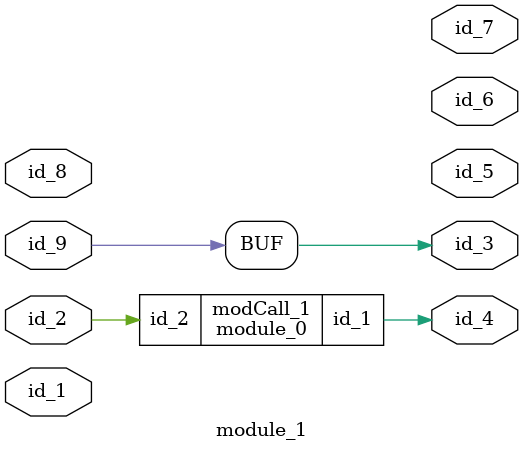
<source format=v>
module module_0 (
    id_1,
    id_2
);
  input wire id_2;
  output wire id_1;
  assign id_1 = 1 && id_2 / "";
  assign id_1 = 1;
endmodule
module module_1 (
    id_1,
    id_2,
    id_3,
    id_4,
    id_5,
    id_6,
    id_7,
    id_8,
    id_9
);
  input wire id_9;
  input wire id_8;
  output wire id_7;
  output wire id_6;
  output wire id_5;
  output wire id_4;
  output wire id_3;
  input wire id_2;
  input wire id_1;
  always begin : LABEL_0
    id_3 = #(1) id_9;
  end
  module_0 modCall_1 (
      id_4,
      id_2
  );
endmodule

</source>
